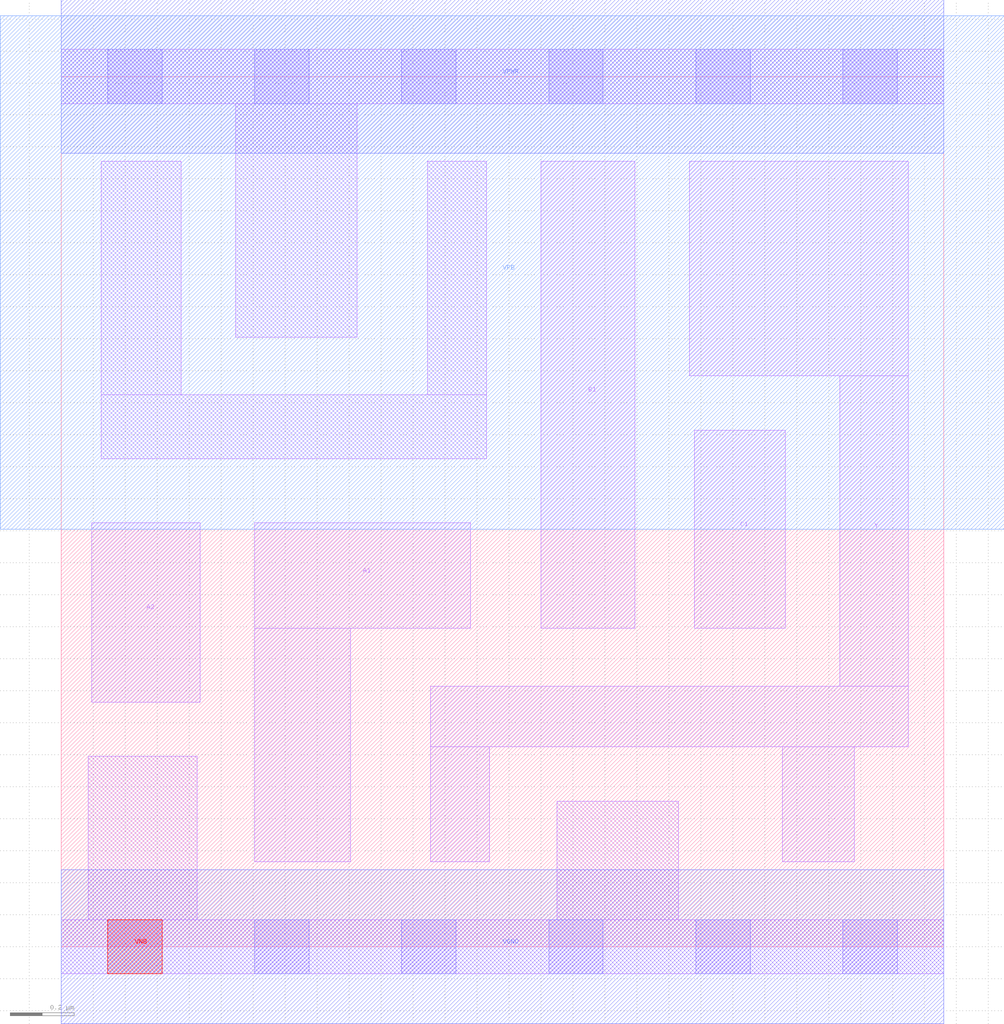
<source format=lef>
# Copyright 2020 The SkyWater PDK Authors
#
# Licensed under the Apache License, Version 2.0 (the "License");
# you may not use this file except in compliance with the License.
# You may obtain a copy of the License at
#
#     https://www.apache.org/licenses/LICENSE-2.0
#
# Unless required by applicable law or agreed to in writing, software
# distributed under the License is distributed on an "AS IS" BASIS,
# WITHOUT WARRANTIES OR CONDITIONS OF ANY KIND, either express or implied.
# See the License for the specific language governing permissions and
# limitations under the License.
#
# SPDX-License-Identifier: Apache-2.0

VERSION 5.7 ;
  NOWIREEXTENSIONATPIN ON ;
  DIVIDERCHAR "/" ;
  BUSBITCHARS "[]" ;
PROPERTYDEFINITIONS
  MACRO maskLayoutSubType STRING ;
  MACRO prCellType STRING ;
  MACRO originalViewName STRING ;
END PROPERTYDEFINITIONS
MACRO sky130_fd_sc_hdll__a211oi_1
  CLASS CORE ;
  FOREIGN sky130_fd_sc_hdll__a211oi_1 ;
  ORIGIN  0.000000  0.000000 ;
  SIZE  2.760000 BY  2.720000 ;
  SYMMETRY X Y R90 ;
  SITE unithd ;
  PIN A1
    ANTENNAGATEAREA  0.277500 ;
    DIRECTION INPUT ;
    USE SIGNAL ;
    PORT
      LAYER li1 ;
        RECT 0.605000 0.265000 0.905000 0.995000 ;
        RECT 0.605000 0.995000 1.280000 1.325000 ;
    END
  END A1
  PIN A2
    ANTENNAGATEAREA  0.277500 ;
    DIRECTION INPUT ;
    USE SIGNAL ;
    PORT
      LAYER li1 ;
        RECT 0.095000 0.765000 0.435000 1.325000 ;
    END
  END A2
  PIN B1
    ANTENNAGATEAREA  0.277500 ;
    DIRECTION INPUT ;
    USE SIGNAL ;
    PORT
      LAYER li1 ;
        RECT 1.500000 0.995000 1.795000 2.455000 ;
    END
  END B1
  PIN C1
    ANTENNAGATEAREA  0.277500 ;
    DIRECTION INPUT ;
    USE SIGNAL ;
    PORT
      LAYER li1 ;
        RECT 1.980000 0.995000 2.265000 1.615000 ;
    END
  END C1
  PIN VNB
    PORT
      LAYER pwell ;
        RECT 0.145000 -0.085000 0.315000 0.085000 ;
    END
  END VNB
  PIN VPB
    PORT
      LAYER nwell ;
        RECT -0.190000 1.305000 2.950000 2.910000 ;
    END
  END VPB
  PIN Y
    ANTENNADIFFAREA  0.870250 ;
    DIRECTION OUTPUT ;
    USE SIGNAL ;
    PORT
      LAYER li1 ;
        RECT 1.155000 0.265000 1.340000 0.625000 ;
        RECT 1.155000 0.625000 2.650000 0.815000 ;
        RECT 1.965000 1.785000 2.650000 2.455000 ;
        RECT 2.255000 0.265000 2.480000 0.625000 ;
        RECT 2.435000 0.815000 2.650000 1.785000 ;
    END
  END Y
  PIN VGND
    DIRECTION INOUT ;
    USE GROUND ;
    PORT
      LAYER met1 ;
        RECT 0.000000 -0.240000 2.760000 0.240000 ;
    END
  END VGND
  PIN VPWR
    DIRECTION INOUT ;
    USE POWER ;
    PORT
      LAYER met1 ;
        RECT 0.000000 2.480000 2.760000 2.960000 ;
    END
  END VPWR
  OBS
    LAYER li1 ;
      RECT 0.000000 -0.085000 2.760000 0.085000 ;
      RECT 0.000000  2.635000 2.760000 2.805000 ;
      RECT 0.085000  0.085000 0.425000 0.595000 ;
      RECT 0.125000  1.525000 1.330000 1.725000 ;
      RECT 0.125000  1.725000 0.375000 2.455000 ;
      RECT 0.545000  1.905000 0.925000 2.635000 ;
      RECT 1.145000  1.725000 1.330000 2.455000 ;
      RECT 1.550000  0.085000 1.930000 0.455000 ;
    LAYER mcon ;
      RECT 0.145000 -0.085000 0.315000 0.085000 ;
      RECT 0.145000  2.635000 0.315000 2.805000 ;
      RECT 0.605000 -0.085000 0.775000 0.085000 ;
      RECT 0.605000  2.635000 0.775000 2.805000 ;
      RECT 1.065000 -0.085000 1.235000 0.085000 ;
      RECT 1.065000  2.635000 1.235000 2.805000 ;
      RECT 1.525000 -0.085000 1.695000 0.085000 ;
      RECT 1.525000  2.635000 1.695000 2.805000 ;
      RECT 1.985000 -0.085000 2.155000 0.085000 ;
      RECT 1.985000  2.635000 2.155000 2.805000 ;
      RECT 2.445000 -0.085000 2.615000 0.085000 ;
      RECT 2.445000  2.635000 2.615000 2.805000 ;
  END
  PROPERTY maskLayoutSubType "abstract" ;
  PROPERTY prCellType "standard" ;
  PROPERTY originalViewName "layout" ;
END sky130_fd_sc_hdll__a211oi_1
END LIBRARY

</source>
